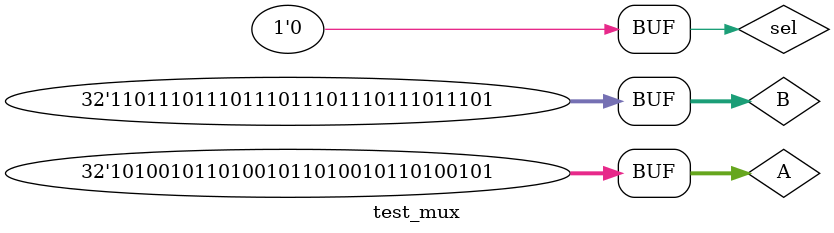
<source format=v>
`timescale 1ns / 1ps


module test_mux;

    // Verilog Test Fixture Template
    //wire ports
    wire[31:0] Y;
    //register Declarations
    reg[31:0] A, B;
    reg sel;
    MUX mux1 (A, B, sel, Y);
    initial begin
    A = 32'hAAAAAAAA;
    B = 32'h55555555;
    sel = 1'b1;
    #10;
    A = 32'h00000000;
    #10
    sel = 1'b1;
    #10;
    B = 32'hFFFFFFFF;
    #5;
    A= 32'hA5A5A5A5;
    #5;
    sel = 1'b0;
    B = 32'hDDDDDDDD;
    end
    
    always @(A or B or sel)

    #1 $display("At t = %0d sel =%b A =%h B=%h Y=%h",$time, sel, A, B, Y);

endmodule


</source>
